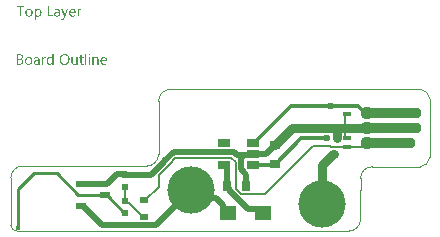
<source format=gtl>
G04*
G04 #@! TF.GenerationSoftware,Altium Limited,Altium Designer,22.2.1 (43)*
G04*
G04 Layer_Physical_Order=1*
G04 Layer_Color=255*
%FSLAX44Y44*%
%MOMM*%
G71*
G04*
G04 #@! TF.SameCoordinates,2D2D779E-EA1F-4978-AE9C-AACCEBDA9B96*
G04*
G04*
G04 #@! TF.FilePolarity,Positive*
G04*
G01*
G75*
%ADD10C,0.5000*%
%ADD11C,0.2000*%
%ADD13C,0.0500*%
%ADD14R,0.9000X0.8000*%
%ADD15R,1.0000X0.7000*%
%ADD16R,0.8000X0.9000*%
%ADD17R,1.4500X1.2000*%
%ADD19R,0.5500X0.5000*%
%ADD20R,0.5500X0.5000*%
%ADD21R,0.9000X0.6000*%
G04:AMPARAMS|DCode=28|XSize=0.9mm|YSize=4.3mm|CornerRadius=0.351mm|HoleSize=0mm|Usage=FLASHONLY|Rotation=270.000|XOffset=0mm|YOffset=0mm|HoleType=Round|Shape=RoundedRectangle|*
%AMROUNDEDRECTD28*
21,1,0.9000,3.5980,0,0,270.0*
21,1,0.1980,4.3000,0,0,270.0*
1,1,0.7020,-1.7990,-0.0990*
1,1,0.7020,-1.7990,0.0990*
1,1,0.7020,1.7990,0.0990*
1,1,0.7020,1.7990,-0.0990*
%
%ADD28ROUNDEDRECTD28*%
G04:AMPARAMS|DCode=29|XSize=0.9mm|YSize=4.8mm|CornerRadius=0.351mm|HoleSize=0mm|Usage=FLASHONLY|Rotation=270.000|XOffset=0mm|YOffset=0mm|HoleType=Round|Shape=RoundedRectangle|*
%AMROUNDEDRECTD29*
21,1,0.9000,4.0980,0,0,270.0*
21,1,0.1980,4.8000,0,0,270.0*
1,1,0.7020,-2.0490,-0.0990*
1,1,0.7020,-2.0490,0.0990*
1,1,0.7020,2.0490,0.0990*
1,1,0.7020,2.0490,-0.0990*
%
%ADD29ROUNDEDRECTD29*%
%ADD36C,1.1100*%
%ADD38R,0.7000X0.4000*%
%ADD39R,0.8000X0.6000*%
%ADD40C,0.3400*%
%ADD41C,0.7620*%
%ADD42C,0.2032*%
%ADD43C,0.2500*%
%ADD44C,4.0000*%
%ADD45C,0.6000*%
%ADD46C,0.4000*%
G36*
X-14445Y163211D02*
X-14359Y163203D01*
X-14257Y163195D01*
X-14139Y163171D01*
X-14005Y163148D01*
X-13856Y163109D01*
X-13707Y163061D01*
X-13550Y163006D01*
X-13393Y162936D01*
X-13228Y162857D01*
X-13071Y162755D01*
X-12922Y162638D01*
X-12773Y162504D01*
X-12640Y162355D01*
X-12632Y162347D01*
X-12608Y162316D01*
X-12577Y162269D01*
X-12530Y162198D01*
X-12483Y162112D01*
X-12420Y162010D01*
X-12357Y161884D01*
X-12294Y161751D01*
X-12232Y161594D01*
X-12169Y161421D01*
X-12106Y161233D01*
X-12059Y161029D01*
X-12012Y160809D01*
X-11980Y160573D01*
X-11957Y160322D01*
X-11949Y160063D01*
Y160055D01*
Y160047D01*
Y160024D01*
Y159993D01*
X-11957Y159906D01*
X-11965Y159796D01*
X-11973Y159663D01*
X-11988Y159506D01*
X-12012Y159333D01*
X-12043Y159145D01*
X-12090Y158949D01*
X-12137Y158737D01*
X-12200Y158525D01*
X-12279Y158313D01*
X-12365Y158101D01*
X-12467Y157889D01*
X-12593Y157693D01*
X-12726Y157505D01*
X-12734Y157497D01*
X-12765Y157465D01*
X-12804Y157418D01*
X-12867Y157355D01*
X-12946Y157285D01*
X-13040Y157198D01*
X-13158Y157112D01*
X-13283Y157026D01*
X-13425Y156939D01*
X-13589Y156853D01*
X-13762Y156767D01*
X-13950Y156696D01*
X-14154Y156633D01*
X-14374Y156586D01*
X-14610Y156555D01*
X-14853Y156547D01*
X-14908D01*
X-14971Y156555D01*
X-15057Y156563D01*
X-15159Y156579D01*
X-15277Y156602D01*
X-15410Y156633D01*
X-15559Y156680D01*
X-15709Y156735D01*
X-15865Y156806D01*
X-16022Y156892D01*
X-16187Y156994D01*
X-16344Y157120D01*
X-16493Y157261D01*
X-16635Y157426D01*
X-16768Y157614D01*
X-16792D01*
Y153769D01*
X-17812D01*
Y163069D01*
X-16792D01*
Y161947D01*
X-16768D01*
X-16760Y161963D01*
X-16729Y162002D01*
X-16690Y162065D01*
X-16627Y162143D01*
X-16548Y162245D01*
X-16454Y162347D01*
X-16336Y162465D01*
X-16211Y162583D01*
X-16062Y162700D01*
X-15897Y162818D01*
X-15716Y162920D01*
X-15520Y163022D01*
X-15308Y163101D01*
X-15073Y163163D01*
X-14829Y163203D01*
X-14563Y163218D01*
X-14508D01*
X-14445Y163211D01*
D02*
G37*
G36*
X21345Y163171D02*
X21431D01*
X21525Y163156D01*
X21627Y163140D01*
X21729Y163124D01*
X21816Y163093D01*
Y162033D01*
X21800Y162041D01*
X21769Y162065D01*
X21706Y162096D01*
X21619Y162135D01*
X21502Y162174D01*
X21376Y162206D01*
X21219Y162229D01*
X21039Y162237D01*
X20976D01*
X20929Y162229D01*
X20874Y162222D01*
X20811Y162206D01*
X20662Y162159D01*
X20575Y162127D01*
X20489Y162088D01*
X20395Y162033D01*
X20301Y161978D01*
X20215Y161908D01*
X20120Y161821D01*
X20034Y161727D01*
X19948Y161617D01*
X19940Y161609D01*
X19932Y161586D01*
X19908Y161555D01*
X19877Y161507D01*
X19846Y161445D01*
X19806Y161366D01*
X19767Y161280D01*
X19728Y161178D01*
X19689Y161068D01*
X19649Y160942D01*
X19610Y160801D01*
X19579Y160652D01*
X19547Y160487D01*
X19524Y160314D01*
X19516Y160134D01*
X19508Y159938D01*
Y156696D01*
X18488D01*
Y163069D01*
X19508D01*
Y161751D01*
X19532D01*
Y161758D01*
X19540Y161782D01*
X19555Y161814D01*
X19571Y161861D01*
X19595Y161915D01*
X19626Y161986D01*
X19697Y162135D01*
X19791Y162308D01*
X19908Y162481D01*
X20042Y162645D01*
X20199Y162802D01*
X20207Y162810D01*
X20222Y162818D01*
X20246Y162834D01*
X20277Y162865D01*
X20317Y162889D01*
X20371Y162920D01*
X20489Y162991D01*
X20638Y163061D01*
X20811Y163124D01*
X20999Y163163D01*
X21101Y163171D01*
X21203Y163179D01*
X21266D01*
X21345Y163171D01*
D02*
G37*
G36*
X7798Y155676D02*
Y155668D01*
X7790Y155652D01*
X7775Y155629D01*
X7759Y155590D01*
X7743Y155542D01*
X7720Y155495D01*
X7657Y155370D01*
X7570Y155221D01*
X7476Y155048D01*
X7358Y154875D01*
X7225Y154687D01*
X7076Y154506D01*
X6911Y154326D01*
X6731Y154153D01*
X6534Y154004D01*
X6323Y153878D01*
X6213Y153831D01*
X6095Y153784D01*
X5977Y153745D01*
X5852Y153722D01*
X5726Y153706D01*
X5593Y153698D01*
X5530D01*
X5451Y153706D01*
X5357D01*
X5255Y153722D01*
X5145Y153737D01*
X5027Y153753D01*
X4925Y153784D01*
Y154695D01*
X4941Y154687D01*
X4980Y154679D01*
X5043Y154663D01*
X5122Y154640D01*
X5216Y154616D01*
X5318Y154601D01*
X5428Y154593D01*
X5530Y154585D01*
X5561D01*
X5600Y154593D01*
X5655Y154601D01*
X5718Y154616D01*
X5797Y154632D01*
X5875Y154663D01*
X5969Y154703D01*
X6056Y154750D01*
X6158Y154812D01*
X6252Y154883D01*
X6346Y154970D01*
X6440Y155079D01*
X6534Y155197D01*
X6613Y155338D01*
X6691Y155503D01*
X7201Y156704D01*
X4714Y163069D01*
X5844D01*
X7570Y158164D01*
Y158156D01*
X7578Y158140D01*
X7586Y158117D01*
X7602Y158070D01*
X7617Y158007D01*
X7633Y157921D01*
X7665Y157811D01*
X7696Y157677D01*
X7735D01*
Y157685D01*
X7743Y157709D01*
X7751Y157740D01*
X7767Y157795D01*
X7782Y157858D01*
X7798Y157936D01*
X7829Y158038D01*
X7861Y158148D01*
X9674Y163069D01*
X10726D01*
X7798Y155676D01*
D02*
G37*
G36*
X1582Y163211D02*
X1637D01*
X1692Y163203D01*
X1762Y163195D01*
X1841Y163179D01*
X2006Y163148D01*
X2202Y163093D01*
X2398Y163022D01*
X2610Y162920D01*
X2822Y162794D01*
X2924Y162724D01*
X3026Y162638D01*
X3120Y162543D01*
X3214Y162449D01*
X3301Y162339D01*
X3379Y162214D01*
X3458Y162088D01*
X3528Y161947D01*
X3583Y161790D01*
X3638Y161625D01*
X3677Y161452D01*
X3709Y161256D01*
X3725Y161060D01*
X3733Y160840D01*
Y156696D01*
X2712D01*
Y157685D01*
X2689D01*
X2681Y157669D01*
X2657Y157638D01*
X2618Y157583D01*
X2563Y157505D01*
X2492Y157418D01*
X2406Y157324D01*
X2312Y157222D01*
X2194Y157120D01*
X2061Y157010D01*
X1919Y156908D01*
X1755Y156814D01*
X1582Y156728D01*
X1386Y156649D01*
X1182Y156594D01*
X962Y156563D01*
X726Y156547D01*
X632D01*
X569Y156555D01*
X491Y156563D01*
X397Y156571D01*
X295Y156586D01*
X185Y156610D01*
X-58Y156673D01*
X-176Y156712D01*
X-302Y156759D01*
X-427Y156814D01*
X-545Y156884D01*
X-655Y156963D01*
X-765Y157049D01*
X-773Y157057D01*
X-788Y157073D01*
X-812Y157104D01*
X-851Y157144D01*
X-890Y157191D01*
X-930Y157253D01*
X-985Y157324D01*
X-1032Y157403D01*
X-1079Y157497D01*
X-1126Y157599D01*
X-1173Y157709D01*
X-1212Y157826D01*
X-1251Y157952D01*
X-1275Y158085D01*
X-1291Y158235D01*
X-1299Y158384D01*
Y158392D01*
Y158407D01*
Y158431D01*
X-1291Y158462D01*
Y158501D01*
X-1283Y158548D01*
X-1267Y158666D01*
X-1236Y158807D01*
X-1189Y158964D01*
X-1126Y159137D01*
X-1032Y159318D01*
X-922Y159498D01*
X-788Y159679D01*
X-702Y159765D01*
X-616Y159851D01*
X-514Y159938D01*
X-412Y160016D01*
X-294Y160095D01*
X-168Y160165D01*
X-35Y160228D01*
X114Y160291D01*
X271Y160346D01*
X436Y160393D01*
X617Y160432D01*
X805Y160464D01*
X2712Y160730D01*
Y160738D01*
Y160746D01*
Y160770D01*
Y160801D01*
X2704Y160879D01*
X2689Y160982D01*
X2673Y161107D01*
X2641Y161248D01*
X2602Y161390D01*
X2547Y161547D01*
X2477Y161696D01*
X2390Y161845D01*
X2288Y161978D01*
X2163Y162104D01*
X2006Y162206D01*
X1833Y162284D01*
X1739Y162316D01*
X1629Y162339D01*
X1519Y162347D01*
X1401Y162355D01*
X1347D01*
X1292Y162347D01*
X1205Y162339D01*
X1103Y162332D01*
X985Y162316D01*
X852Y162292D01*
X711Y162261D01*
X554Y162214D01*
X389Y162167D01*
X216Y162104D01*
X36Y162025D01*
X-145Y161931D01*
X-325Y161829D01*
X-506Y161711D01*
X-679Y161570D01*
Y162614D01*
X-671Y162622D01*
X-639Y162638D01*
X-584Y162669D01*
X-514Y162708D01*
X-419Y162755D01*
X-317Y162802D01*
X-192Y162857D01*
X-51Y162920D01*
X99Y162975D01*
X263Y163030D01*
X444Y163077D01*
X632Y163124D01*
X836Y163163D01*
X1040Y163195D01*
X1260Y163211D01*
X1488Y163218D01*
X1543D01*
X1582Y163211D01*
D02*
G37*
G36*
X-5639Y157638D02*
X-2052D01*
Y156696D01*
X-6683D01*
Y165620D01*
X-5639D01*
Y157638D01*
D02*
G37*
G36*
X-26547Y164670D02*
X-29122D01*
Y156696D01*
X-30166D01*
Y164670D01*
X-32740D01*
Y165620D01*
X-26547D01*
Y164670D01*
D02*
G37*
G36*
X14446Y163211D02*
X14532Y163203D01*
X14642Y163195D01*
X14760Y163179D01*
X14893Y163148D01*
X15034Y163116D01*
X15191Y163077D01*
X15348Y163022D01*
X15505Y162952D01*
X15670Y162873D01*
X15827Y162779D01*
X15976Y162669D01*
X16125Y162543D01*
X16259Y162402D01*
X16267Y162394D01*
X16290Y162363D01*
X16322Y162316D01*
X16369Y162253D01*
X16416Y162174D01*
X16479Y162073D01*
X16541Y161955D01*
X16604Y161821D01*
X16667Y161664D01*
X16730Y161500D01*
X16793Y161311D01*
X16840Y161115D01*
X16887Y160895D01*
X16918Y160668D01*
X16942Y160416D01*
X16949Y160157D01*
Y159624D01*
X12444D01*
Y159608D01*
Y159577D01*
X12452Y159522D01*
X12460Y159451D01*
X12468Y159357D01*
X12484Y159255D01*
X12499Y159145D01*
X12531Y159019D01*
X12601Y158752D01*
X12649Y158619D01*
X12703Y158478D01*
X12766Y158344D01*
X12837Y158211D01*
X12923Y158093D01*
X13017Y157976D01*
X13025Y157968D01*
X13041Y157952D01*
X13072Y157921D01*
X13119Y157889D01*
X13174Y157842D01*
X13245Y157795D01*
X13323Y157740D01*
X13410Y157693D01*
X13512Y157638D01*
X13629Y157583D01*
X13747Y157536D01*
X13888Y157489D01*
X14030Y157458D01*
X14187Y157426D01*
X14352Y157410D01*
X14524Y157403D01*
X14571D01*
X14626Y157410D01*
X14705D01*
X14799Y157426D01*
X14909Y157442D01*
X15034Y157465D01*
X15176Y157489D01*
X15325Y157528D01*
X15482Y157575D01*
X15647Y157630D01*
X15811Y157701D01*
X15984Y157779D01*
X16157Y157873D01*
X16329Y157983D01*
X16502Y158109D01*
Y157151D01*
X16494Y157144D01*
X16463Y157128D01*
X16416Y157097D01*
X16353Y157057D01*
X16267Y157010D01*
X16165Y156963D01*
X16047Y156908D01*
X15913Y156853D01*
X15756Y156790D01*
X15592Y156735D01*
X15411Y156688D01*
X15215Y156641D01*
X15003Y156602D01*
X14775Y156571D01*
X14532Y156555D01*
X14281Y156547D01*
X14218D01*
X14155Y156555D01*
X14061Y156563D01*
X13944Y156571D01*
X13810Y156594D01*
X13669Y156618D01*
X13512Y156657D01*
X13347Y156704D01*
X13174Y156759D01*
X12994Y156830D01*
X12821Y156908D01*
X12641Y157010D01*
X12476Y157128D01*
X12311Y157261D01*
X12162Y157410D01*
X12154Y157418D01*
X12131Y157450D01*
X12091Y157505D01*
X12044Y157575D01*
X11981Y157662D01*
X11918Y157771D01*
X11848Y157897D01*
X11777Y158046D01*
X11707Y158203D01*
X11636Y158392D01*
X11573Y158588D01*
X11510Y158807D01*
X11463Y159043D01*
X11424Y159294D01*
X11401Y159569D01*
X11393Y159851D01*
Y159859D01*
Y159867D01*
Y159891D01*
Y159914D01*
X11401Y159993D01*
X11408Y160103D01*
X11416Y160228D01*
X11440Y160369D01*
X11463Y160534D01*
X11495Y160715D01*
X11542Y160903D01*
X11597Y161099D01*
X11667Y161303D01*
X11746Y161507D01*
X11840Y161704D01*
X11958Y161908D01*
X12083Y162096D01*
X12233Y162276D01*
X12240Y162284D01*
X12272Y162316D01*
X12319Y162363D01*
X12382Y162426D01*
X12468Y162496D01*
X12570Y162575D01*
X12680Y162661D01*
X12813Y162747D01*
X12955Y162834D01*
X13119Y162920D01*
X13292Y162999D01*
X13473Y163069D01*
X13669Y163132D01*
X13881Y163179D01*
X14101Y163211D01*
X14328Y163218D01*
X14383D01*
X14446Y163211D01*
D02*
G37*
G36*
X-22333D02*
X-22231Y163203D01*
X-22113Y163195D01*
X-21972Y163171D01*
X-21823Y163148D01*
X-21658Y163109D01*
X-21477Y163061D01*
X-21297Y163006D01*
X-21116Y162936D01*
X-20928Y162850D01*
X-20747Y162747D01*
X-20567Y162630D01*
X-20402Y162496D01*
X-20245Y162339D01*
X-20237Y162332D01*
X-20214Y162300D01*
X-20174Y162245D01*
X-20119Y162174D01*
X-20057Y162088D01*
X-19994Y161978D01*
X-19915Y161853D01*
X-19845Y161704D01*
X-19766Y161539D01*
X-19696Y161358D01*
X-19633Y161162D01*
X-19570Y160942D01*
X-19515Y160707D01*
X-19476Y160456D01*
X-19452Y160189D01*
X-19445Y159906D01*
Y159898D01*
Y159891D01*
Y159867D01*
Y159836D01*
X-19452Y159757D01*
X-19460Y159655D01*
X-19468Y159522D01*
X-19492Y159373D01*
X-19515Y159208D01*
X-19554Y159027D01*
X-19601Y158839D01*
X-19656Y158635D01*
X-19727Y158431D01*
X-19806Y158227D01*
X-19907Y158023D01*
X-20025Y157826D01*
X-20159Y157638D01*
X-20308Y157458D01*
X-20316Y157450D01*
X-20347Y157418D01*
X-20394Y157371D01*
X-20465Y157316D01*
X-20551Y157246D01*
X-20653Y157167D01*
X-20779Y157089D01*
X-20920Y157002D01*
X-21077Y156916D01*
X-21250Y156838D01*
X-21438Y156759D01*
X-21642Y156688D01*
X-21870Y156633D01*
X-22105Y156586D01*
X-22348Y156555D01*
X-22615Y156547D01*
X-22678D01*
X-22749Y156555D01*
X-22851Y156563D01*
X-22968Y156571D01*
X-23110Y156594D01*
X-23259Y156618D01*
X-23424Y156657D01*
X-23604Y156704D01*
X-23785Y156767D01*
X-23973Y156838D01*
X-24162Y156924D01*
X-24350Y157026D01*
X-24538Y157144D01*
X-24711Y157277D01*
X-24876Y157434D01*
X-24883Y157442D01*
X-24915Y157473D01*
X-24954Y157528D01*
X-25009Y157599D01*
X-25072Y157685D01*
X-25143Y157795D01*
X-25213Y157921D01*
X-25292Y158070D01*
X-25370Y158227D01*
X-25449Y158407D01*
X-25519Y158603D01*
X-25582Y158815D01*
X-25637Y159035D01*
X-25676Y159278D01*
X-25708Y159537D01*
X-25715Y159804D01*
Y159812D01*
Y159820D01*
Y159844D01*
Y159875D01*
X-25708Y159961D01*
X-25700Y160071D01*
X-25692Y160205D01*
X-25668Y160361D01*
X-25645Y160534D01*
X-25606Y160723D01*
X-25559Y160919D01*
X-25504Y161123D01*
X-25433Y161335D01*
X-25347Y161547D01*
X-25245Y161751D01*
X-25135Y161947D01*
X-25001Y162135D01*
X-24844Y162316D01*
X-24836Y162324D01*
X-24805Y162355D01*
X-24750Y162402D01*
X-24680Y162457D01*
X-24593Y162528D01*
X-24483Y162598D01*
X-24358Y162685D01*
X-24216Y162771D01*
X-24059Y162850D01*
X-23879Y162936D01*
X-23683Y163006D01*
X-23471Y163077D01*
X-23243Y163132D01*
X-23000Y163179D01*
X-22741Y163211D01*
X-22466Y163218D01*
X-22403D01*
X-22333Y163211D01*
D02*
G37*
G36*
X28652Y125156D02*
X28722Y125140D01*
X28793Y125116D01*
X28872Y125077D01*
X28950Y125030D01*
X29028Y124967D01*
X29036Y124959D01*
X29060Y124936D01*
X29091Y124897D01*
X29130Y124842D01*
X29162Y124771D01*
X29193Y124692D01*
X29217Y124598D01*
X29225Y124496D01*
Y124481D01*
Y124449D01*
X29217Y124402D01*
X29201Y124332D01*
X29178Y124261D01*
X29138Y124182D01*
X29091Y124104D01*
X29028Y124025D01*
X29021Y124017D01*
X28997Y123994D01*
X28950Y123963D01*
X28895Y123931D01*
X28824Y123900D01*
X28746Y123868D01*
X28660Y123845D01*
X28558Y123837D01*
X28510D01*
X28463Y123845D01*
X28393Y123861D01*
X28322Y123884D01*
X28244Y123916D01*
X28165Y123955D01*
X28087Y124017D01*
X28079Y124025D01*
X28055Y124049D01*
X28024Y124096D01*
X27992Y124151D01*
X27961Y124214D01*
X27930Y124300D01*
X27906Y124394D01*
X27898Y124496D01*
Y124512D01*
Y124543D01*
X27906Y124598D01*
X27922Y124661D01*
X27945Y124740D01*
X27977Y124818D01*
X28024Y124897D01*
X28087Y124967D01*
X28094Y124975D01*
X28118Y124999D01*
X28165Y125030D01*
X28220Y125069D01*
X28291Y125101D01*
X28369Y125132D01*
X28456Y125156D01*
X28558Y125163D01*
X28605D01*
X28652Y125156D01*
D02*
G37*
G36*
X-1746Y115847D02*
X-2766D01*
Y116922D01*
X-2790D01*
X-2798Y116907D01*
X-2821Y116868D01*
X-2868Y116812D01*
X-2923Y116734D01*
X-3002Y116640D01*
X-3088Y116538D01*
X-3198Y116428D01*
X-3331Y116310D01*
X-3473Y116193D01*
X-3637Y116083D01*
X-3818Y115981D01*
X-4014Y115886D01*
X-4226Y115808D01*
X-4462Y115753D01*
X-4713Y115714D01*
X-4979Y115698D01*
X-5034D01*
X-5097Y115706D01*
X-5176Y115714D01*
X-5278Y115722D01*
X-5396Y115745D01*
X-5529Y115769D01*
X-5670Y115808D01*
X-5819Y115847D01*
X-5976Y115910D01*
X-6133Y115973D01*
X-6298Y116059D01*
X-6455Y116153D01*
X-6612Y116271D01*
X-6761Y116404D01*
X-6902Y116553D01*
X-6910Y116561D01*
X-6934Y116593D01*
X-6965Y116640D01*
X-7012Y116711D01*
X-7067Y116797D01*
X-7130Y116899D01*
X-7193Y117024D01*
X-7256Y117166D01*
X-7326Y117323D01*
X-7389Y117495D01*
X-7452Y117692D01*
X-7507Y117896D01*
X-7554Y118115D01*
X-7585Y118359D01*
X-7609Y118610D01*
X-7617Y118877D01*
Y118884D01*
Y118892D01*
Y118916D01*
Y118947D01*
X-7609Y119026D01*
X-7601Y119136D01*
X-7593Y119277D01*
X-7577Y119426D01*
X-7554Y119599D01*
X-7515Y119787D01*
X-7475Y119983D01*
X-7420Y120195D01*
X-7358Y120399D01*
X-7279Y120619D01*
X-7193Y120823D01*
X-7083Y121027D01*
X-6965Y121223D01*
X-6824Y121412D01*
X-6816Y121420D01*
X-6785Y121451D01*
X-6738Y121498D01*
X-6675Y121561D01*
X-6596Y121632D01*
X-6502Y121718D01*
X-6384Y121804D01*
X-6259Y121891D01*
X-6110Y121977D01*
X-5953Y122063D01*
X-5780Y122150D01*
X-5592Y122220D01*
X-5388Y122283D01*
X-5168Y122330D01*
X-4940Y122361D01*
X-4697Y122369D01*
X-4642D01*
X-4571Y122361D01*
X-4485Y122354D01*
X-4375Y122338D01*
X-4250Y122314D01*
X-4116Y122283D01*
X-3967Y122244D01*
X-3810Y122189D01*
X-3653Y122118D01*
X-3496Y122032D01*
X-3339Y121930D01*
X-3190Y121812D01*
X-3041Y121679D01*
X-2907Y121514D01*
X-2790Y121333D01*
X-2766D01*
Y125281D01*
X-1746D01*
Y115847D01*
D02*
G37*
G36*
X34358Y122361D02*
X34428D01*
X34515Y122346D01*
X34617Y122330D01*
X34727Y122314D01*
X34844Y122283D01*
X34970Y122252D01*
X35103Y122205D01*
X35237Y122150D01*
X35370Y122079D01*
X35496Y122000D01*
X35621Y121914D01*
X35739Y121804D01*
X35849Y121686D01*
X35857Y121679D01*
X35872Y121655D01*
X35904Y121616D01*
X35935Y121561D01*
X35975Y121490D01*
X36022Y121404D01*
X36077Y121302D01*
X36131Y121192D01*
X36179Y121059D01*
X36233Y120917D01*
X36281Y120752D01*
X36320Y120580D01*
X36351Y120392D01*
X36383Y120187D01*
X36398Y119976D01*
X36406Y119740D01*
Y115847D01*
X35386D01*
Y119481D01*
Y119489D01*
Y119505D01*
Y119528D01*
Y119567D01*
X35378Y119614D01*
Y119669D01*
X35362Y119795D01*
X35339Y119952D01*
X35307Y120125D01*
X35260Y120305D01*
X35198Y120493D01*
X35119Y120682D01*
X35025Y120862D01*
X34907Y121035D01*
X34758Y121192D01*
X34593Y121318D01*
X34499Y121373D01*
X34389Y121420D01*
X34279Y121459D01*
X34162Y121482D01*
X34036Y121498D01*
X33902Y121506D01*
X33832D01*
X33777Y121498D01*
X33714Y121490D01*
X33636Y121475D01*
X33549Y121459D01*
X33463Y121435D01*
X33361Y121404D01*
X33259Y121365D01*
X33157Y121318D01*
X33047Y121263D01*
X32945Y121192D01*
X32835Y121114D01*
X32733Y121027D01*
X32639Y120925D01*
X32631Y120917D01*
X32615Y120902D01*
X32592Y120870D01*
X32560Y120823D01*
X32521Y120768D01*
X32482Y120698D01*
X32435Y120619D01*
X32388Y120533D01*
X32341Y120431D01*
X32294Y120321D01*
X32254Y120203D01*
X32215Y120077D01*
X32184Y119936D01*
X32160Y119795D01*
X32144Y119638D01*
X32136Y119481D01*
Y115847D01*
X31116D01*
Y122220D01*
X32136D01*
Y121161D01*
X32160D01*
X32168Y121176D01*
X32192Y121216D01*
X32239Y121271D01*
X32294Y121349D01*
X32372Y121443D01*
X32458Y121545D01*
X32568Y121655D01*
X32694Y121765D01*
X32835Y121875D01*
X32992Y121985D01*
X33165Y122087D01*
X33345Y122181D01*
X33549Y122259D01*
X33769Y122314D01*
X34004Y122354D01*
X34256Y122369D01*
X34303D01*
X34358Y122361D01*
D02*
G37*
G36*
X-8763Y122322D02*
X-8676D01*
X-8582Y122306D01*
X-8480Y122291D01*
X-8378Y122275D01*
X-8292Y122244D01*
Y121184D01*
X-8307Y121192D01*
X-8339Y121216D01*
X-8401Y121247D01*
X-8488Y121286D01*
X-8605Y121326D01*
X-8731Y121357D01*
X-8888Y121380D01*
X-9069Y121388D01*
X-9131D01*
X-9179Y121380D01*
X-9233Y121373D01*
X-9296Y121357D01*
X-9445Y121310D01*
X-9532Y121278D01*
X-9618Y121239D01*
X-9712Y121184D01*
X-9806Y121129D01*
X-9893Y121059D01*
X-9987Y120972D01*
X-10073Y120878D01*
X-10160Y120768D01*
X-10167Y120760D01*
X-10175Y120737D01*
X-10199Y120705D01*
X-10230Y120658D01*
X-10262Y120596D01*
X-10301Y120517D01*
X-10340Y120431D01*
X-10379Y120329D01*
X-10419Y120219D01*
X-10458Y120093D01*
X-10497Y119952D01*
X-10529Y119803D01*
X-10560Y119638D01*
X-10583Y119465D01*
X-10591Y119285D01*
X-10599Y119089D01*
Y115847D01*
X-11619D01*
Y122220D01*
X-10599D01*
Y120902D01*
X-10575D01*
Y120910D01*
X-10568Y120933D01*
X-10552Y120964D01*
X-10536Y121011D01*
X-10513Y121067D01*
X-10481Y121137D01*
X-10411Y121286D01*
X-10316Y121459D01*
X-10199Y121632D01*
X-10065Y121796D01*
X-9908Y121953D01*
X-9901Y121961D01*
X-9885Y121969D01*
X-9861Y121985D01*
X-9830Y122016D01*
X-9791Y122040D01*
X-9736Y122071D01*
X-9618Y122142D01*
X-9469Y122212D01*
X-9296Y122275D01*
X-9108Y122314D01*
X-9006Y122322D01*
X-8904Y122330D01*
X-8841D01*
X-8763Y122322D01*
D02*
G37*
G36*
X18574Y115847D02*
X17554D01*
Y116852D01*
X17530D01*
X17522Y116836D01*
X17499Y116805D01*
X17460Y116742D01*
X17413Y116671D01*
X17342Y116585D01*
X17256Y116491D01*
X17161Y116381D01*
X17044Y116279D01*
X16918Y116169D01*
X16769Y116067D01*
X16612Y115965D01*
X16431Y115878D01*
X16235Y115808D01*
X16031Y115745D01*
X15804Y115714D01*
X15560Y115698D01*
X15505D01*
X15466Y115706D01*
X15411D01*
X15348Y115714D01*
X15278Y115729D01*
X15207Y115737D01*
X15034Y115784D01*
X14838Y115839D01*
X14634Y115926D01*
X14532Y115981D01*
X14422Y116035D01*
X14312Y116106D01*
X14210Y116177D01*
X14108Y116263D01*
X14006Y116357D01*
X13904Y116467D01*
X13810Y116577D01*
X13724Y116703D01*
X13637Y116844D01*
X13567Y116993D01*
X13496Y117150D01*
X13433Y117323D01*
X13378Y117511D01*
X13339Y117715D01*
X13308Y117927D01*
X13292Y118162D01*
X13284Y118406D01*
Y122220D01*
X14297D01*
Y118571D01*
Y118563D01*
Y118547D01*
Y118524D01*
Y118484D01*
X14304Y118437D01*
Y118382D01*
X14320Y118257D01*
X14344Y118100D01*
X14375Y117935D01*
X14430Y117746D01*
X14493Y117566D01*
X14571Y117378D01*
X14673Y117189D01*
X14799Y117024D01*
X14948Y116868D01*
X15129Y116742D01*
X15223Y116687D01*
X15333Y116640D01*
X15450Y116601D01*
X15568Y116577D01*
X15702Y116561D01*
X15843Y116553D01*
X15913D01*
X15968Y116561D01*
X16031Y116569D01*
X16102Y116585D01*
X16188Y116601D01*
X16274Y116624D01*
X16369Y116648D01*
X16471Y116687D01*
X16573Y116734D01*
X16675Y116789D01*
X16777Y116852D01*
X16879Y116922D01*
X16973Y117009D01*
X17067Y117103D01*
X17075Y117111D01*
X17091Y117127D01*
X17114Y117158D01*
X17146Y117205D01*
X17177Y117260D01*
X17224Y117323D01*
X17263Y117401D01*
X17311Y117487D01*
X17358Y117590D01*
X17397Y117699D01*
X17444Y117817D01*
X17475Y117943D01*
X17507Y118084D01*
X17530Y118225D01*
X17546Y118382D01*
X17554Y118547D01*
Y122220D01*
X18574D01*
Y115847D01*
D02*
G37*
G36*
X29052D02*
X28032D01*
Y122220D01*
X29052D01*
Y115847D01*
D02*
G37*
G36*
X25968D02*
X24947D01*
Y125281D01*
X25968D01*
Y115847D01*
D02*
G37*
G36*
X-15693Y122361D02*
X-15638D01*
X-15583Y122354D01*
X-15512Y122346D01*
X-15434Y122330D01*
X-15269Y122299D01*
X-15073Y122244D01*
X-14877Y122173D01*
X-14665Y122071D01*
X-14453Y121945D01*
X-14351Y121875D01*
X-14249Y121789D01*
X-14154Y121694D01*
X-14060Y121600D01*
X-13974Y121490D01*
X-13895Y121365D01*
X-13817Y121239D01*
X-13746Y121098D01*
X-13691Y120941D01*
X-13636Y120776D01*
X-13597Y120603D01*
X-13566Y120407D01*
X-13550Y120211D01*
X-13542Y119991D01*
Y115847D01*
X-14563D01*
Y116836D01*
X-14586D01*
X-14594Y116820D01*
X-14618Y116789D01*
X-14657Y116734D01*
X-14712Y116656D01*
X-14782Y116569D01*
X-14869Y116475D01*
X-14963Y116373D01*
X-15081Y116271D01*
X-15214Y116161D01*
X-15355Y116059D01*
X-15520Y115965D01*
X-15693Y115878D01*
X-15889Y115800D01*
X-16093Y115745D01*
X-16313Y115714D01*
X-16548Y115698D01*
X-16643D01*
X-16705Y115706D01*
X-16784Y115714D01*
X-16878Y115722D01*
X-16980Y115737D01*
X-17090Y115761D01*
X-17333Y115824D01*
X-17451Y115863D01*
X-17577Y115910D01*
X-17702Y115965D01*
X-17820Y116035D01*
X-17930Y116114D01*
X-18040Y116200D01*
X-18047Y116208D01*
X-18063Y116224D01*
X-18087Y116255D01*
X-18126Y116294D01*
X-18165Y116342D01*
X-18204Y116404D01*
X-18259Y116475D01*
X-18306Y116553D01*
X-18354Y116648D01*
X-18401Y116750D01*
X-18448Y116860D01*
X-18487Y116977D01*
X-18526Y117103D01*
X-18550Y117236D01*
X-18565Y117386D01*
X-18573Y117535D01*
Y117542D01*
Y117558D01*
Y117582D01*
X-18565Y117613D01*
Y117652D01*
X-18558Y117699D01*
X-18542Y117817D01*
X-18511Y117958D01*
X-18463Y118115D01*
X-18401Y118288D01*
X-18306Y118469D01*
X-18197Y118649D01*
X-18063Y118830D01*
X-17977Y118916D01*
X-17890Y119002D01*
X-17788Y119089D01*
X-17686Y119167D01*
X-17569Y119246D01*
X-17443Y119316D01*
X-17310Y119379D01*
X-17161Y119442D01*
X-17004Y119497D01*
X-16839Y119544D01*
X-16658Y119583D01*
X-16470Y119614D01*
X-14563Y119881D01*
Y119889D01*
Y119897D01*
Y119921D01*
Y119952D01*
X-14570Y120030D01*
X-14586Y120133D01*
X-14602Y120258D01*
X-14633Y120399D01*
X-14672Y120541D01*
X-14727Y120698D01*
X-14798Y120847D01*
X-14884Y120996D01*
X-14986Y121129D01*
X-15112Y121255D01*
X-15269Y121357D01*
X-15442Y121435D01*
X-15536Y121467D01*
X-15646Y121490D01*
X-15756Y121498D01*
X-15873Y121506D01*
X-15928D01*
X-15983Y121498D01*
X-16070Y121490D01*
X-16172Y121482D01*
X-16289Y121467D01*
X-16423Y121443D01*
X-16564Y121412D01*
X-16721Y121365D01*
X-16886Y121318D01*
X-17059Y121255D01*
X-17239Y121176D01*
X-17420Y121082D01*
X-17600Y120980D01*
X-17781Y120862D01*
X-17953Y120721D01*
Y121765D01*
X-17945Y121773D01*
X-17914Y121789D01*
X-17859Y121820D01*
X-17788Y121859D01*
X-17694Y121906D01*
X-17592Y121953D01*
X-17467Y122008D01*
X-17325Y122071D01*
X-17176Y122126D01*
X-17011Y122181D01*
X-16831Y122228D01*
X-16643Y122275D01*
X-16438Y122314D01*
X-16234Y122346D01*
X-16015Y122361D01*
X-15787Y122369D01*
X-15732D01*
X-15693Y122361D01*
D02*
G37*
G36*
X-30009Y124763D02*
X-29915Y124755D01*
X-29805Y124740D01*
X-29679Y124724D01*
X-29538Y124700D01*
X-29397Y124669D01*
X-29247Y124630D01*
X-29090Y124583D01*
X-28941Y124528D01*
X-28784Y124465D01*
X-28643Y124386D01*
X-28502Y124300D01*
X-28368Y124198D01*
X-28361Y124190D01*
X-28337Y124174D01*
X-28305Y124143D01*
X-28266Y124096D01*
X-28211Y124041D01*
X-28156Y123970D01*
X-28094Y123892D01*
X-28031Y123806D01*
X-27968Y123704D01*
X-27905Y123594D01*
X-27850Y123468D01*
X-27795Y123343D01*
X-27756Y123201D01*
X-27725Y123052D01*
X-27701Y122895D01*
X-27693Y122730D01*
Y122723D01*
Y122699D01*
Y122660D01*
X-27701Y122605D01*
X-27709Y122534D01*
X-27717Y122464D01*
X-27725Y122377D01*
X-27740Y122283D01*
X-27795Y122071D01*
X-27866Y121851D01*
X-27913Y121734D01*
X-27968Y121624D01*
X-28031Y121514D01*
X-28101Y121404D01*
X-28109Y121396D01*
X-28117Y121380D01*
X-28141Y121349D01*
X-28180Y121310D01*
X-28219Y121271D01*
X-28266Y121216D01*
X-28329Y121161D01*
X-28392Y121098D01*
X-28470Y121035D01*
X-28557Y120964D01*
X-28651Y120902D01*
X-28753Y120831D01*
X-28863Y120768D01*
X-28973Y120713D01*
X-29232Y120611D01*
Y120588D01*
X-29224D01*
X-29192Y120580D01*
X-29145Y120572D01*
X-29083Y120564D01*
X-29004Y120548D01*
X-28918Y120525D01*
X-28816Y120493D01*
X-28714Y120462D01*
X-28486Y120376D01*
X-28361Y120321D01*
X-28243Y120250D01*
X-28125Y120180D01*
X-28007Y120101D01*
X-27890Y120007D01*
X-27787Y119905D01*
X-27780Y119897D01*
X-27764Y119881D01*
X-27740Y119850D01*
X-27701Y119803D01*
X-27662Y119740D01*
X-27615Y119677D01*
X-27568Y119591D01*
X-27513Y119505D01*
X-27466Y119403D01*
X-27419Y119285D01*
X-27371Y119167D01*
X-27332Y119034D01*
X-27293Y118884D01*
X-27269Y118735D01*
X-27254Y118579D01*
X-27246Y118406D01*
Y118390D01*
Y118359D01*
X-27254Y118296D01*
X-27262Y118217D01*
X-27269Y118115D01*
X-27293Y118006D01*
X-27317Y117880D01*
X-27348Y117746D01*
X-27395Y117597D01*
X-27450Y117448D01*
X-27513Y117299D01*
X-27591Y117142D01*
X-27685Y116985D01*
X-27795Y116836D01*
X-27921Y116695D01*
X-28070Y116553D01*
X-28078Y116546D01*
X-28109Y116522D01*
X-28156Y116491D01*
X-28219Y116444D01*
X-28298Y116389D01*
X-28400Y116334D01*
X-28510Y116263D01*
X-28635Y116200D01*
X-28784Y116138D01*
X-28941Y116075D01*
X-29106Y116012D01*
X-29295Y115957D01*
X-29491Y115910D01*
X-29695Y115878D01*
X-29915Y115855D01*
X-30142Y115847D01*
X-32740D01*
Y124771D01*
X-30095D01*
X-30009Y124763D01*
D02*
G37*
G36*
X21980Y122220D02*
X23589D01*
Y121341D01*
X21980D01*
Y117754D01*
Y117746D01*
Y117723D01*
Y117692D01*
Y117652D01*
X21988Y117597D01*
X21996Y117535D01*
X22012Y117401D01*
X22035Y117244D01*
X22075Y117095D01*
X22130Y116954D01*
X22161Y116891D01*
X22200Y116836D01*
X22208Y116828D01*
X22239Y116797D01*
X22294Y116750D01*
X22373Y116703D01*
X22475Y116648D01*
X22601Y116608D01*
X22750Y116577D01*
X22922Y116561D01*
X22985D01*
X23056Y116569D01*
X23150Y116585D01*
X23252Y116616D01*
X23370Y116648D01*
X23479Y116703D01*
X23589Y116773D01*
Y115902D01*
X23582D01*
X23574Y115894D01*
X23550Y115886D01*
X23527Y115871D01*
X23440Y115839D01*
X23338Y115808D01*
X23197Y115777D01*
X23032Y115745D01*
X22844Y115722D01*
X22632Y115714D01*
X22561D01*
X22475Y115729D01*
X22373Y115745D01*
X22247Y115769D01*
X22106Y115816D01*
X21949Y115871D01*
X21800Y115949D01*
X21643Y116043D01*
X21486Y116169D01*
X21345Y116318D01*
X21282Y116404D01*
X21219Y116499D01*
X21164Y116601D01*
X21117Y116711D01*
X21070Y116828D01*
X21031Y116962D01*
X20999Y117095D01*
X20976Y117244D01*
X20968Y117401D01*
X20960Y117574D01*
Y121341D01*
X19869D01*
Y122220D01*
X20960D01*
Y123774D01*
X21980Y124104D01*
Y122220D01*
D02*
G37*
G36*
X40950Y122361D02*
X41037Y122354D01*
X41147Y122346D01*
X41265Y122330D01*
X41398Y122299D01*
X41539Y122267D01*
X41696Y122228D01*
X41853Y122173D01*
X42010Y122102D01*
X42175Y122024D01*
X42332Y121930D01*
X42481Y121820D01*
X42630Y121694D01*
X42764Y121553D01*
X42771Y121545D01*
X42795Y121514D01*
X42826Y121467D01*
X42873Y121404D01*
X42920Y121326D01*
X42983Y121223D01*
X43046Y121106D01*
X43109Y120972D01*
X43172Y120815D01*
X43235Y120651D01*
X43297Y120462D01*
X43344Y120266D01*
X43391Y120046D01*
X43423Y119818D01*
X43446Y119567D01*
X43454Y119308D01*
Y118775D01*
X38949D01*
Y118759D01*
Y118728D01*
X38957Y118673D01*
X38965Y118602D01*
X38973Y118508D01*
X38988Y118406D01*
X39004Y118296D01*
X39035Y118170D01*
X39106Y117903D01*
X39153Y117770D01*
X39208Y117629D01*
X39271Y117495D01*
X39342Y117362D01*
X39428Y117244D01*
X39522Y117127D01*
X39530Y117119D01*
X39546Y117103D01*
X39577Y117072D01*
X39624Y117040D01*
X39679Y116993D01*
X39750Y116946D01*
X39828Y116891D01*
X39915Y116844D01*
X40016Y116789D01*
X40134Y116734D01*
X40252Y116687D01*
X40393Y116640D01*
X40535Y116608D01*
X40691Y116577D01*
X40856Y116561D01*
X41029Y116553D01*
X41076D01*
X41131Y116561D01*
X41210D01*
X41304Y116577D01*
X41414Y116593D01*
X41539Y116616D01*
X41680Y116640D01*
X41830Y116679D01*
X41986Y116726D01*
X42151Y116781D01*
X42316Y116852D01*
X42489Y116930D01*
X42661Y117024D01*
X42834Y117134D01*
X43007Y117260D01*
Y116302D01*
X42999Y116294D01*
X42968Y116279D01*
X42920Y116247D01*
X42858Y116208D01*
X42771Y116161D01*
X42669Y116114D01*
X42552Y116059D01*
X42418Y116004D01*
X42261Y115941D01*
X42096Y115886D01*
X41916Y115839D01*
X41720Y115792D01*
X41508Y115753D01*
X41280Y115722D01*
X41037Y115706D01*
X40786Y115698D01*
X40723D01*
X40660Y115706D01*
X40566Y115714D01*
X40448Y115722D01*
X40315Y115745D01*
X40174Y115769D01*
X40016Y115808D01*
X39852Y115855D01*
X39679Y115910D01*
X39499Y115981D01*
X39326Y116059D01*
X39145Y116161D01*
X38981Y116279D01*
X38816Y116412D01*
X38667Y116561D01*
X38659Y116569D01*
X38635Y116601D01*
X38596Y116656D01*
X38549Y116726D01*
X38486Y116812D01*
X38423Y116922D01*
X38353Y117048D01*
X38282Y117197D01*
X38211Y117354D01*
X38141Y117542D01*
X38078Y117739D01*
X38015Y117958D01*
X37968Y118194D01*
X37929Y118445D01*
X37905Y118720D01*
X37897Y119002D01*
Y119010D01*
Y119018D01*
Y119042D01*
Y119065D01*
X37905Y119144D01*
X37913Y119253D01*
X37921Y119379D01*
X37945Y119520D01*
X37968Y119685D01*
X37999Y119866D01*
X38047Y120054D01*
X38101Y120250D01*
X38172Y120454D01*
X38251Y120658D01*
X38345Y120855D01*
X38463Y121059D01*
X38588Y121247D01*
X38737Y121427D01*
X38745Y121435D01*
X38777Y121467D01*
X38823Y121514D01*
X38886Y121577D01*
X38973Y121647D01*
X39075Y121726D01*
X39185Y121812D01*
X39318Y121898D01*
X39459Y121985D01*
X39624Y122071D01*
X39797Y122150D01*
X39977Y122220D01*
X40174Y122283D01*
X40385Y122330D01*
X40605Y122361D01*
X40833Y122369D01*
X40888D01*
X40950Y122361D01*
D02*
G37*
G36*
X7822Y124912D02*
X7876D01*
X7932Y124904D01*
X8002D01*
X8159Y124881D01*
X8340Y124857D01*
X8544Y124818D01*
X8763Y124763D01*
X8991Y124700D01*
X9234Y124614D01*
X9478Y124512D01*
X9729Y124394D01*
X9980Y124253D01*
X10215Y124088D01*
X10451Y123892D01*
X10671Y123672D01*
X10686Y123657D01*
X10718Y123617D01*
X10773Y123547D01*
X10851Y123445D01*
X10930Y123319D01*
X11032Y123170D01*
X11134Y122997D01*
X11236Y122801D01*
X11338Y122573D01*
X11440Y122330D01*
X11542Y122063D01*
X11628Y121773D01*
X11699Y121459D01*
X11754Y121129D01*
X11785Y120784D01*
X11801Y120415D01*
Y120407D01*
Y120392D01*
Y120360D01*
Y120321D01*
X11793Y120266D01*
Y120203D01*
X11785Y120133D01*
Y120054D01*
X11777Y119968D01*
X11769Y119874D01*
X11738Y119662D01*
X11707Y119418D01*
X11659Y119167D01*
X11597Y118892D01*
X11518Y118610D01*
X11424Y118327D01*
X11314Y118037D01*
X11181Y117754D01*
X11024Y117472D01*
X10843Y117213D01*
X10639Y116962D01*
X10624Y116946D01*
X10584Y116907D01*
X10522Y116844D01*
X10427Y116765D01*
X10310Y116671D01*
X10168Y116561D01*
X10011Y116452D01*
X9823Y116334D01*
X9611Y116216D01*
X9376Y116098D01*
X9124Y115988D01*
X8850Y115894D01*
X8551Y115816D01*
X8238Y115753D01*
X7900Y115714D01*
X7547Y115698D01*
X7461D01*
X7421Y115706D01*
X7366D01*
X7304Y115714D01*
X7233Y115722D01*
X7068Y115737D01*
X6888Y115761D01*
X6676Y115800D01*
X6456Y115855D01*
X6213Y115918D01*
X5969Y116004D01*
X5718Y116106D01*
X5459Y116224D01*
X5208Y116365D01*
X4965Y116538D01*
X4721Y116726D01*
X4502Y116946D01*
X4486Y116962D01*
X4455Y117001D01*
X4400Y117072D01*
X4321Y117174D01*
X4235Y117299D01*
X4141Y117448D01*
X4038Y117621D01*
X3936Y117825D01*
X3827Y118045D01*
X3725Y118288D01*
X3630Y118555D01*
X3544Y118845D01*
X3466Y119159D01*
X3411Y119489D01*
X3379Y119834D01*
X3364Y120203D01*
Y120211D01*
Y120227D01*
Y120258D01*
Y120297D01*
X3371Y120352D01*
Y120407D01*
X3379Y120478D01*
Y120556D01*
X3387Y120643D01*
X3403Y120745D01*
X3426Y120949D01*
X3458Y121184D01*
X3513Y121435D01*
X3568Y121710D01*
X3646Y121985D01*
X3740Y122267D01*
X3850Y122558D01*
X3984Y122840D01*
X4141Y123115D01*
X4321Y123382D01*
X4525Y123633D01*
X4541Y123649D01*
X4580Y123688D01*
X4643Y123751D01*
X4737Y123837D01*
X4855Y123931D01*
X5004Y124041D01*
X5169Y124159D01*
X5357Y124277D01*
X5577Y124394D01*
X5812Y124512D01*
X6071Y124622D01*
X6354Y124716D01*
X6660Y124802D01*
X6982Y124865D01*
X7327Y124904D01*
X7696Y124920D01*
X7775D01*
X7822Y124912D01*
D02*
G37*
G36*
X-22623Y122361D02*
X-22521Y122354D01*
X-22403Y122346D01*
X-22262Y122322D01*
X-22113Y122299D01*
X-21948Y122259D01*
X-21768Y122212D01*
X-21587Y122157D01*
X-21407Y122087D01*
X-21218Y122000D01*
X-21038Y121898D01*
X-20857Y121781D01*
X-20692Y121647D01*
X-20535Y121490D01*
X-20528Y121482D01*
X-20504Y121451D01*
X-20465Y121396D01*
X-20410Y121326D01*
X-20347Y121239D01*
X-20284Y121129D01*
X-20206Y121004D01*
X-20135Y120855D01*
X-20057Y120690D01*
X-19986Y120509D01*
X-19923Y120313D01*
X-19860Y120093D01*
X-19806Y119858D01*
X-19766Y119607D01*
X-19743Y119340D01*
X-19735Y119057D01*
Y119049D01*
Y119042D01*
Y119018D01*
Y118987D01*
X-19743Y118908D01*
X-19751Y118806D01*
X-19758Y118673D01*
X-19782Y118524D01*
X-19806Y118359D01*
X-19845Y118178D01*
X-19892Y117990D01*
X-19947Y117786D01*
X-20017Y117582D01*
X-20096Y117378D01*
X-20198Y117174D01*
X-20316Y116977D01*
X-20449Y116789D01*
X-20598Y116608D01*
X-20606Y116601D01*
X-20637Y116569D01*
X-20684Y116522D01*
X-20755Y116467D01*
X-20842Y116397D01*
X-20944Y116318D01*
X-21069Y116240D01*
X-21210Y116153D01*
X-21367Y116067D01*
X-21540Y115988D01*
X-21728Y115910D01*
X-21932Y115839D01*
X-22160Y115784D01*
X-22396Y115737D01*
X-22639Y115706D01*
X-22906Y115698D01*
X-22968D01*
X-23039Y115706D01*
X-23141Y115714D01*
X-23259Y115722D01*
X-23400Y115745D01*
X-23549Y115769D01*
X-23714Y115808D01*
X-23895Y115855D01*
X-24075Y115918D01*
X-24264Y115988D01*
X-24452Y116075D01*
X-24640Y116177D01*
X-24829Y116294D01*
X-25001Y116428D01*
X-25166Y116585D01*
X-25174Y116593D01*
X-25205Y116624D01*
X-25245Y116679D01*
X-25299Y116750D01*
X-25362Y116836D01*
X-25433Y116946D01*
X-25504Y117072D01*
X-25582Y117221D01*
X-25661Y117378D01*
X-25739Y117558D01*
X-25810Y117754D01*
X-25872Y117966D01*
X-25927Y118186D01*
X-25967Y118429D01*
X-25998Y118688D01*
X-26006Y118955D01*
Y118963D01*
Y118971D01*
Y118994D01*
Y119026D01*
X-25998Y119112D01*
X-25990Y119222D01*
X-25982Y119355D01*
X-25959Y119512D01*
X-25935Y119685D01*
X-25896Y119874D01*
X-25849Y120070D01*
X-25794Y120274D01*
X-25723Y120486D01*
X-25637Y120698D01*
X-25535Y120902D01*
X-25425Y121098D01*
X-25292Y121286D01*
X-25135Y121467D01*
X-25127Y121475D01*
X-25096Y121506D01*
X-25041Y121553D01*
X-24970Y121608D01*
X-24883Y121679D01*
X-24774Y121749D01*
X-24648Y121836D01*
X-24507Y121922D01*
X-24350Y122000D01*
X-24169Y122087D01*
X-23973Y122157D01*
X-23761Y122228D01*
X-23534Y122283D01*
X-23290Y122330D01*
X-23031Y122361D01*
X-22757Y122369D01*
X-22694D01*
X-22623Y122361D01*
D02*
G37*
%LPC*%
G36*
X-14814Y162355D02*
X-14900D01*
X-14963Y162347D01*
X-15041Y162339D01*
X-15128Y162324D01*
X-15222Y162300D01*
X-15332Y162276D01*
X-15442Y162245D01*
X-15559Y162206D01*
X-15677Y162151D01*
X-15795Y162096D01*
X-15913Y162025D01*
X-16030Y161939D01*
X-16148Y161845D01*
X-16250Y161735D01*
X-16258Y161727D01*
X-16274Y161704D01*
X-16297Y161672D01*
X-16336Y161625D01*
X-16376Y161562D01*
X-16423Y161492D01*
X-16470Y161405D01*
X-16517Y161311D01*
X-16572Y161201D01*
X-16619Y161084D01*
X-16666Y160958D01*
X-16705Y160817D01*
X-16745Y160668D01*
X-16768Y160518D01*
X-16784Y160354D01*
X-16792Y160181D01*
Y159294D01*
Y159286D01*
Y159263D01*
Y159216D01*
X-16784Y159161D01*
X-16776Y159090D01*
X-16768Y159011D01*
X-16752Y158925D01*
X-16729Y158831D01*
X-16666Y158619D01*
X-16627Y158509D01*
X-16580Y158392D01*
X-16517Y158282D01*
X-16446Y158164D01*
X-16368Y158054D01*
X-16281Y157952D01*
X-16274Y157944D01*
X-16258Y157928D01*
X-16227Y157905D01*
X-16187Y157866D01*
X-16140Y157826D01*
X-16077Y157779D01*
X-16007Y157732D01*
X-15920Y157677D01*
X-15834Y157630D01*
X-15732Y157575D01*
X-15622Y157528D01*
X-15512Y157489D01*
X-15387Y157450D01*
X-15253Y157426D01*
X-15112Y157410D01*
X-14971Y157403D01*
X-14931D01*
X-14884Y157410D01*
X-14814D01*
X-14743Y157426D01*
X-14649Y157442D01*
X-14547Y157465D01*
X-14445Y157489D01*
X-14327Y157528D01*
X-14209Y157575D01*
X-14092Y157630D01*
X-13966Y157701D01*
X-13848Y157779D01*
X-13731Y157873D01*
X-13621Y157983D01*
X-13519Y158109D01*
X-13511Y158117D01*
X-13495Y158140D01*
X-13472Y158180D01*
X-13432Y158242D01*
X-13393Y158313D01*
X-13354Y158399D01*
X-13307Y158509D01*
X-13252Y158627D01*
X-13205Y158760D01*
X-13158Y158910D01*
X-13118Y159066D01*
X-13071Y159247D01*
X-13040Y159435D01*
X-13017Y159639D01*
X-13001Y159859D01*
X-12993Y160087D01*
Y160103D01*
Y160134D01*
Y160189D01*
X-13001Y160259D01*
X-13009Y160354D01*
X-13017Y160456D01*
X-13032Y160565D01*
X-13056Y160691D01*
X-13111Y160958D01*
X-13150Y161099D01*
X-13205Y161233D01*
X-13260Y161374D01*
X-13323Y161507D01*
X-13401Y161633D01*
X-13487Y161751D01*
X-13495Y161758D01*
X-13511Y161774D01*
X-13534Y161806D01*
X-13574Y161845D01*
X-13629Y161892D01*
X-13684Y161939D01*
X-13754Y161994D01*
X-13833Y162057D01*
X-13927Y162112D01*
X-14021Y162167D01*
X-14131Y162214D01*
X-14249Y162261D01*
X-14382Y162300D01*
X-14516Y162332D01*
X-14657Y162347D01*
X-14814Y162355D01*
D02*
G37*
G36*
X2712Y159914D02*
X1174Y159702D01*
X1166D01*
X1142Y159694D01*
X1103D01*
X1056Y159686D01*
X1001Y159671D01*
X931Y159655D01*
X773Y159624D01*
X601Y159577D01*
X428Y159514D01*
X256Y159435D01*
X177Y159396D01*
X106Y159349D01*
X91Y159333D01*
X52Y159302D01*
X-11Y159239D01*
X-74Y159145D01*
X-137Y159019D01*
X-168Y158949D01*
X-200Y158870D01*
X-223Y158784D01*
X-239Y158682D01*
X-247Y158580D01*
X-255Y158462D01*
Y158454D01*
Y158439D01*
Y158415D01*
X-247Y158384D01*
X-239Y158297D01*
X-215Y158187D01*
X-176Y158070D01*
X-113Y157936D01*
X-35Y157811D01*
X75Y157693D01*
X83D01*
X91Y157677D01*
X138Y157646D01*
X208Y157599D01*
X311Y157552D01*
X444Y157497D01*
X593Y157450D01*
X773Y157418D01*
X970Y157403D01*
X1040D01*
X1095Y157410D01*
X1158Y157418D01*
X1237Y157434D01*
X1315Y157450D01*
X1409Y157473D01*
X1605Y157536D01*
X1708Y157575D01*
X1817Y157630D01*
X1919Y157693D01*
X2022Y157764D01*
X2123Y157842D01*
X2218Y157936D01*
X2226Y157944D01*
X2241Y157960D01*
X2265Y157991D01*
X2296Y158030D01*
X2335Y158085D01*
X2375Y158148D01*
X2422Y158219D01*
X2469Y158305D01*
X2508Y158399D01*
X2555Y158501D01*
X2594Y158611D01*
X2634Y158729D01*
X2665Y158855D01*
X2689Y158988D01*
X2704Y159129D01*
X2712Y159278D01*
Y159914D01*
D02*
G37*
G36*
X14312Y162355D02*
X14242D01*
X14195Y162347D01*
X14132Y162339D01*
X14053Y162332D01*
X13975Y162316D01*
X13888Y162292D01*
X13692Y162229D01*
X13590Y162190D01*
X13488Y162135D01*
X13386Y162080D01*
X13276Y162010D01*
X13182Y161931D01*
X13080Y161837D01*
X13072Y161829D01*
X13057Y161814D01*
X13033Y161782D01*
X13002Y161743D01*
X12962Y161688D01*
X12915Y161633D01*
X12868Y161555D01*
X12813Y161476D01*
X12758Y161382D01*
X12711Y161280D01*
X12656Y161170D01*
X12609Y161052D01*
X12562Y160919D01*
X12523Y160785D01*
X12484Y160636D01*
X12460Y160487D01*
X15906D01*
Y160495D01*
Y160526D01*
Y160573D01*
X15898Y160636D01*
X15890Y160707D01*
X15882Y160793D01*
X15866Y160887D01*
X15851Y160989D01*
X15796Y161209D01*
X15717Y161445D01*
X15670Y161555D01*
X15615Y161664D01*
X15552Y161766D01*
X15474Y161861D01*
X15466Y161868D01*
X15458Y161884D01*
X15435Y161908D01*
X15395Y161939D01*
X15356Y161978D01*
X15301Y162017D01*
X15246Y162065D01*
X15176Y162112D01*
X15097Y162151D01*
X15011Y162198D01*
X14909Y162237D01*
X14807Y162276D01*
X14697Y162308D01*
X14579Y162332D01*
X14446Y162347D01*
X14312Y162355D01*
D02*
G37*
G36*
X-22545D02*
X-22584D01*
X-22639Y162347D01*
X-22710D01*
X-22788Y162332D01*
X-22882Y162324D01*
X-22992Y162300D01*
X-23110Y162269D01*
X-23228Y162237D01*
X-23353Y162190D01*
X-23486Y162135D01*
X-23612Y162073D01*
X-23746Y161994D01*
X-23871Y161908D01*
X-23989Y161806D01*
X-24099Y161688D01*
X-24107Y161680D01*
X-24122Y161656D01*
X-24154Y161617D01*
X-24185Y161562D01*
X-24232Y161500D01*
X-24279Y161413D01*
X-24334Y161319D01*
X-24381Y161209D01*
X-24436Y161084D01*
X-24491Y160942D01*
X-24538Y160793D01*
X-24585Y160628D01*
X-24617Y160448D01*
X-24648Y160259D01*
X-24664Y160055D01*
X-24672Y159844D01*
Y159828D01*
Y159796D01*
X-24664Y159734D01*
Y159655D01*
X-24656Y159561D01*
X-24640Y159451D01*
X-24625Y159326D01*
X-24601Y159192D01*
X-24570Y159051D01*
X-24530Y158910D01*
X-24483Y158760D01*
X-24428Y158611D01*
X-24365Y158462D01*
X-24287Y158321D01*
X-24201Y158180D01*
X-24099Y158054D01*
X-24091Y158046D01*
X-24075Y158023D01*
X-24036Y157991D01*
X-23989Y157952D01*
X-23934Y157905D01*
X-23863Y157850D01*
X-23777Y157787D01*
X-23683Y157732D01*
X-23581Y157669D01*
X-23463Y157607D01*
X-23337Y157552D01*
X-23196Y157505D01*
X-23047Y157465D01*
X-22890Y157434D01*
X-22725Y157410D01*
X-22545Y157403D01*
X-22498D01*
X-22450Y157410D01*
X-22380D01*
X-22301Y157426D01*
X-22207Y157434D01*
X-22097Y157458D01*
X-21980Y157481D01*
X-21862Y157512D01*
X-21736Y157559D01*
X-21611Y157607D01*
X-21485Y157669D01*
X-21360Y157740D01*
X-21242Y157826D01*
X-21124Y157928D01*
X-21022Y158038D01*
X-21014Y158046D01*
X-20998Y158070D01*
X-20975Y158109D01*
X-20936Y158156D01*
X-20896Y158227D01*
X-20849Y158305D01*
X-20802Y158399D01*
X-20755Y158509D01*
X-20708Y158635D01*
X-20653Y158768D01*
X-20614Y158917D01*
X-20575Y159082D01*
X-20535Y159255D01*
X-20512Y159451D01*
X-20496Y159655D01*
X-20488Y159867D01*
Y159883D01*
Y159922D01*
Y159985D01*
X-20496Y160063D01*
X-20504Y160165D01*
X-20520Y160275D01*
X-20535Y160409D01*
X-20551Y160542D01*
X-20622Y160840D01*
X-20661Y160989D01*
X-20716Y161146D01*
X-20771Y161296D01*
X-20849Y161437D01*
X-20928Y161578D01*
X-21022Y161704D01*
X-21030Y161711D01*
X-21046Y161735D01*
X-21077Y161766D01*
X-21124Y161806D01*
X-21179Y161853D01*
X-21242Y161908D01*
X-21320Y161970D01*
X-21414Y162033D01*
X-21516Y162088D01*
X-21626Y162151D01*
X-21752Y162206D01*
X-21885Y162253D01*
X-22034Y162292D01*
X-22192Y162324D01*
X-22364Y162347D01*
X-22545Y162355D01*
D02*
G37*
G36*
X-4571Y121506D02*
X-4611D01*
X-4658Y121498D01*
X-4728D01*
X-4807Y121482D01*
X-4893Y121467D01*
X-4995Y121451D01*
X-5105Y121420D01*
X-5223Y121388D01*
X-5340Y121341D01*
X-5458Y121286D01*
X-5584Y121216D01*
X-5702Y121137D01*
X-5819Y121051D01*
X-5937Y120941D01*
X-6039Y120823D01*
X-6047Y120815D01*
X-6063Y120792D01*
X-6086Y120752D01*
X-6125Y120698D01*
X-6165Y120627D01*
X-6204Y120541D01*
X-6259Y120446D01*
X-6306Y120329D01*
X-6353Y120203D01*
X-6400Y120062D01*
X-6447Y119905D01*
X-6486Y119740D01*
X-6526Y119552D01*
X-6549Y119363D01*
X-6565Y119151D01*
X-6573Y118932D01*
Y118916D01*
Y118884D01*
Y118822D01*
X-6565Y118751D01*
X-6557Y118657D01*
X-6549Y118547D01*
X-6533Y118429D01*
X-6510Y118296D01*
X-6447Y118021D01*
X-6408Y117872D01*
X-6361Y117731D01*
X-6298Y117590D01*
X-6227Y117448D01*
X-6149Y117315D01*
X-6063Y117189D01*
X-6055Y117181D01*
X-6039Y117166D01*
X-6008Y117134D01*
X-5968Y117087D01*
X-5914Y117040D01*
X-5851Y116985D01*
X-5780Y116930D01*
X-5694Y116875D01*
X-5599Y116812D01*
X-5497Y116758D01*
X-5388Y116703D01*
X-5262Y116656D01*
X-5129Y116616D01*
X-4987Y116585D01*
X-4838Y116561D01*
X-4681Y116553D01*
X-4642D01*
X-4595Y116561D01*
X-4540D01*
X-4469Y116569D01*
X-4383Y116585D01*
X-4289Y116608D01*
X-4187Y116632D01*
X-4077Y116663D01*
X-3967Y116703D01*
X-3849Y116750D01*
X-3739Y116812D01*
X-3622Y116883D01*
X-3512Y116962D01*
X-3402Y117056D01*
X-3300Y117166D01*
X-3292Y117174D01*
X-3276Y117197D01*
X-3253Y117228D01*
X-3214Y117276D01*
X-3174Y117338D01*
X-3127Y117409D01*
X-3080Y117495D01*
X-3033Y117597D01*
X-2986Y117699D01*
X-2931Y117817D01*
X-2892Y117951D01*
X-2853Y118084D01*
X-2813Y118233D01*
X-2790Y118390D01*
X-2774Y118555D01*
X-2766Y118728D01*
Y119662D01*
Y119669D01*
Y119693D01*
Y119740D01*
X-2774Y119795D01*
X-2782Y119858D01*
X-2790Y119936D01*
X-2805Y120023D01*
X-2829Y120117D01*
X-2892Y120321D01*
X-2931Y120431D01*
X-2978Y120541D01*
X-3041Y120651D01*
X-3112Y120760D01*
X-3190Y120870D01*
X-3276Y120972D01*
X-3284Y120980D01*
X-3300Y120996D01*
X-3331Y121019D01*
X-3370Y121059D01*
X-3418Y121098D01*
X-3480Y121145D01*
X-3551Y121192D01*
X-3629Y121239D01*
X-3716Y121286D01*
X-3818Y121341D01*
X-3920Y121380D01*
X-4038Y121420D01*
X-4163Y121459D01*
X-4289Y121482D01*
X-4430Y121498D01*
X-4571Y121506D01*
D02*
G37*
G36*
X-14563Y119065D02*
X-16101Y118853D01*
X-16109D01*
X-16132Y118845D01*
X-16172D01*
X-16219Y118837D01*
X-16274Y118822D01*
X-16344Y118806D01*
X-16501Y118775D01*
X-16674Y118728D01*
X-16847Y118665D01*
X-17019Y118586D01*
X-17098Y118547D01*
X-17168Y118500D01*
X-17184Y118484D01*
X-17223Y118453D01*
X-17286Y118390D01*
X-17349Y118296D01*
X-17412Y118170D01*
X-17443Y118100D01*
X-17474Y118021D01*
X-17498Y117935D01*
X-17514Y117833D01*
X-17522Y117731D01*
X-17529Y117613D01*
Y117605D01*
Y117590D01*
Y117566D01*
X-17522Y117535D01*
X-17514Y117448D01*
X-17490Y117338D01*
X-17451Y117221D01*
X-17388Y117087D01*
X-17310Y116962D01*
X-17200Y116844D01*
X-17192D01*
X-17184Y116828D01*
X-17137Y116797D01*
X-17066Y116750D01*
X-16964Y116703D01*
X-16831Y116648D01*
X-16682Y116601D01*
X-16501Y116569D01*
X-16305Y116553D01*
X-16234D01*
X-16179Y116561D01*
X-16117Y116569D01*
X-16038Y116585D01*
X-15960Y116601D01*
X-15865Y116624D01*
X-15669Y116687D01*
X-15567Y116726D01*
X-15457Y116781D01*
X-15355Y116844D01*
X-15253Y116915D01*
X-15151Y116993D01*
X-15057Y117087D01*
X-15049Y117095D01*
X-15034Y117111D01*
X-15010Y117142D01*
X-14979Y117181D01*
X-14939Y117236D01*
X-14900Y117299D01*
X-14853Y117370D01*
X-14806Y117456D01*
X-14767Y117550D01*
X-14720Y117652D01*
X-14680Y117762D01*
X-14641Y117880D01*
X-14610Y118006D01*
X-14586Y118139D01*
X-14570Y118280D01*
X-14563Y118429D01*
Y119065D01*
D02*
G37*
G36*
X-30338Y123821D02*
X-31696D01*
Y120941D01*
X-30542D01*
X-30487Y120949D01*
X-30417Y120957D01*
X-30331Y120964D01*
X-30236Y120972D01*
X-30134Y120996D01*
X-29922Y121043D01*
X-29695Y121114D01*
X-29585Y121161D01*
X-29475Y121216D01*
X-29373Y121278D01*
X-29279Y121349D01*
X-29271Y121357D01*
X-29255Y121365D01*
X-29232Y121396D01*
X-29200Y121427D01*
X-29161Y121467D01*
X-29122Y121522D01*
X-29075Y121585D01*
X-29028Y121655D01*
X-28988Y121734D01*
X-28941Y121820D01*
X-28902Y121914D01*
X-28863Y122016D01*
X-28831Y122134D01*
X-28808Y122252D01*
X-28792Y122385D01*
X-28784Y122518D01*
Y122534D01*
Y122573D01*
X-28792Y122636D01*
X-28808Y122723D01*
X-28839Y122824D01*
X-28871Y122934D01*
X-28926Y123052D01*
X-28996Y123170D01*
X-29090Y123295D01*
X-29200Y123413D01*
X-29341Y123523D01*
X-29506Y123617D01*
X-29601Y123664D01*
X-29703Y123704D01*
X-29813Y123735D01*
X-29930Y123766D01*
X-30056Y123790D01*
X-30197Y123806D01*
X-30338Y123821D01*
D02*
G37*
G36*
X-30495Y119999D02*
X-31696D01*
Y116789D01*
X-30189D01*
X-30126Y116797D01*
X-30048Y116805D01*
X-29962Y116812D01*
X-29860Y116828D01*
X-29750Y116844D01*
X-29522Y116891D01*
X-29287Y116969D01*
X-29169Y117024D01*
X-29059Y117079D01*
X-28957Y117142D01*
X-28855Y117221D01*
X-28847Y117228D01*
X-28831Y117244D01*
X-28808Y117268D01*
X-28776Y117299D01*
X-28737Y117346D01*
X-28690Y117401D01*
X-28651Y117464D01*
X-28596Y117535D01*
X-28549Y117621D01*
X-28510Y117707D01*
X-28463Y117809D01*
X-28423Y117911D01*
X-28392Y118029D01*
X-28368Y118155D01*
X-28353Y118280D01*
X-28345Y118421D01*
Y118429D01*
Y118437D01*
Y118461D01*
X-28353Y118492D01*
X-28361Y118571D01*
X-28376Y118665D01*
X-28408Y118790D01*
X-28455Y118924D01*
X-28525Y119065D01*
X-28612Y119214D01*
X-28729Y119355D01*
X-28792Y119426D01*
X-28871Y119497D01*
X-28949Y119567D01*
X-29043Y119630D01*
X-29145Y119693D01*
X-29255Y119756D01*
X-29373Y119803D01*
X-29499Y119850D01*
X-29640Y119897D01*
X-29789Y119928D01*
X-29946Y119960D01*
X-30119Y119983D01*
X-30299Y119991D01*
X-30495Y119999D01*
D02*
G37*
G36*
X40817Y121506D02*
X40746D01*
X40699Y121498D01*
X40637Y121490D01*
X40558Y121482D01*
X40480Y121467D01*
X40393Y121443D01*
X40197Y121380D01*
X40095Y121341D01*
X39993Y121286D01*
X39891Y121231D01*
X39781Y121161D01*
X39687Y121082D01*
X39585Y120988D01*
X39577Y120980D01*
X39561Y120964D01*
X39538Y120933D01*
X39506Y120894D01*
X39467Y120839D01*
X39420Y120784D01*
X39373Y120705D01*
X39318Y120627D01*
X39263Y120533D01*
X39216Y120431D01*
X39161Y120321D01*
X39114Y120203D01*
X39067Y120070D01*
X39028Y119936D01*
X38988Y119787D01*
X38965Y119638D01*
X42410D01*
Y119646D01*
Y119677D01*
Y119724D01*
X42403Y119787D01*
X42395Y119858D01*
X42387Y119944D01*
X42371Y120038D01*
X42355Y120140D01*
X42301Y120360D01*
X42222Y120596D01*
X42175Y120705D01*
X42120Y120815D01*
X42057Y120917D01*
X41979Y121011D01*
X41971Y121019D01*
X41963Y121035D01*
X41939Y121059D01*
X41900Y121090D01*
X41861Y121129D01*
X41806Y121168D01*
X41751Y121216D01*
X41680Y121263D01*
X41602Y121302D01*
X41516Y121349D01*
X41414Y121388D01*
X41312Y121427D01*
X41202Y121459D01*
X41084Y121482D01*
X40950Y121498D01*
X40817Y121506D01*
D02*
G37*
G36*
X7617Y123970D02*
X7555D01*
X7484Y123963D01*
X7382Y123955D01*
X7264Y123939D01*
X7123Y123916D01*
X6974Y123884D01*
X6809Y123845D01*
X6629Y123790D01*
X6440Y123727D01*
X6252Y123641D01*
X6064Y123547D01*
X5867Y123429D01*
X5687Y123295D01*
X5506Y123139D01*
X5334Y122958D01*
X5326Y122950D01*
X5294Y122911D01*
X5255Y122856D01*
X5200Y122778D01*
X5130Y122675D01*
X5059Y122550D01*
X4980Y122409D01*
X4902Y122244D01*
X4816Y122063D01*
X4737Y121859D01*
X4666Y121639D01*
X4596Y121404D01*
X4541Y121153D01*
X4502Y120878D01*
X4470Y120596D01*
X4462Y120289D01*
Y120282D01*
Y120274D01*
Y120250D01*
Y120219D01*
Y120180D01*
X4470Y120133D01*
X4478Y120015D01*
X4486Y119874D01*
X4509Y119717D01*
X4533Y119536D01*
X4572Y119340D01*
X4611Y119136D01*
X4674Y118916D01*
X4737Y118696D01*
X4823Y118476D01*
X4918Y118257D01*
X5035Y118037D01*
X5169Y117833D01*
X5318Y117637D01*
X5326Y117629D01*
X5357Y117597D01*
X5404Y117542D01*
X5475Y117480D01*
X5561Y117401D01*
X5663Y117323D01*
X5781Y117228D01*
X5914Y117134D01*
X6071Y117040D01*
X6236Y116954D01*
X6424Y116868D01*
X6621Y116789D01*
X6833Y116726D01*
X7060Y116679D01*
X7296Y116640D01*
X7547Y116632D01*
X7610D01*
X7688Y116640D01*
X7790Y116648D01*
X7916Y116663D01*
X8057Y116679D01*
X8214Y116711D01*
X8387Y116750D01*
X8567Y116805D01*
X8756Y116868D01*
X8952Y116946D01*
X9140Y117040D01*
X9336Y117142D01*
X9517Y117276D01*
X9697Y117425D01*
X9862Y117590D01*
X9870Y117597D01*
X9901Y117637D01*
X9941Y117692D01*
X9996Y117770D01*
X10058Y117864D01*
X10129Y117982D01*
X10208Y118123D01*
X10286Y118288D01*
X10365Y118469D01*
X10443Y118665D01*
X10514Y118884D01*
X10576Y119128D01*
X10631Y119387D01*
X10671Y119662D01*
X10702Y119960D01*
X10710Y120274D01*
Y120282D01*
Y120297D01*
Y120321D01*
Y120352D01*
Y120392D01*
X10702Y120446D01*
X10694Y120564D01*
X10686Y120713D01*
X10663Y120886D01*
X10639Y121074D01*
X10608Y121278D01*
X10561Y121490D01*
X10506Y121718D01*
X10443Y121945D01*
X10365Y122173D01*
X10270Y122393D01*
X10160Y122613D01*
X10035Y122817D01*
X9886Y123005D01*
X9878Y123013D01*
X9847Y123044D01*
X9799Y123091D01*
X9737Y123154D01*
X9650Y123233D01*
X9548Y123311D01*
X9431Y123398D01*
X9297Y123492D01*
X9140Y123578D01*
X8967Y123664D01*
X8787Y123751D01*
X8583Y123821D01*
X8363Y123884D01*
X8128Y123931D01*
X7884Y123963D01*
X7617Y123970D01*
D02*
G37*
G36*
X-22835Y121506D02*
X-22874D01*
X-22929Y121498D01*
X-23000D01*
X-23078Y121482D01*
X-23173Y121475D01*
X-23282Y121451D01*
X-23400Y121420D01*
X-23518Y121388D01*
X-23644Y121341D01*
X-23777Y121286D01*
X-23902Y121223D01*
X-24036Y121145D01*
X-24162Y121059D01*
X-24279Y120957D01*
X-24389Y120839D01*
X-24397Y120831D01*
X-24413Y120808D01*
X-24444Y120768D01*
X-24475Y120713D01*
X-24523Y120651D01*
X-24570Y120564D01*
X-24625Y120470D01*
X-24672Y120360D01*
X-24727Y120234D01*
X-24781Y120093D01*
X-24829Y119944D01*
X-24876Y119779D01*
X-24907Y119599D01*
X-24938Y119410D01*
X-24954Y119206D01*
X-24962Y118994D01*
Y118979D01*
Y118947D01*
X-24954Y118884D01*
Y118806D01*
X-24946Y118712D01*
X-24931Y118602D01*
X-24915Y118476D01*
X-24891Y118343D01*
X-24860Y118202D01*
X-24821Y118060D01*
X-24774Y117911D01*
X-24719Y117762D01*
X-24656Y117613D01*
X-24577Y117472D01*
X-24491Y117331D01*
X-24389Y117205D01*
X-24381Y117197D01*
X-24365Y117174D01*
X-24326Y117142D01*
X-24279Y117103D01*
X-24224Y117056D01*
X-24154Y117001D01*
X-24067Y116938D01*
X-23973Y116883D01*
X-23871Y116820D01*
X-23753Y116758D01*
X-23628Y116703D01*
X-23486Y116656D01*
X-23337Y116616D01*
X-23180Y116585D01*
X-23016Y116561D01*
X-22835Y116553D01*
X-22788D01*
X-22741Y116561D01*
X-22670D01*
X-22592Y116577D01*
X-22498Y116585D01*
X-22388Y116608D01*
X-22270Y116632D01*
X-22152Y116663D01*
X-22027Y116711D01*
X-21901Y116758D01*
X-21776Y116820D01*
X-21650Y116891D01*
X-21532Y116977D01*
X-21414Y117079D01*
X-21312Y117189D01*
X-21305Y117197D01*
X-21289Y117221D01*
X-21265Y117260D01*
X-21226Y117307D01*
X-21187Y117378D01*
X-21140Y117456D01*
X-21093Y117550D01*
X-21046Y117660D01*
X-20998Y117786D01*
X-20944Y117919D01*
X-20904Y118068D01*
X-20865Y118233D01*
X-20826Y118406D01*
X-20802Y118602D01*
X-20787Y118806D01*
X-20779Y119018D01*
Y119034D01*
Y119073D01*
Y119136D01*
X-20787Y119214D01*
X-20794Y119316D01*
X-20810Y119426D01*
X-20826Y119559D01*
X-20842Y119693D01*
X-20912Y119991D01*
X-20951Y120140D01*
X-21006Y120297D01*
X-21061Y120446D01*
X-21140Y120588D01*
X-21218Y120729D01*
X-21312Y120855D01*
X-21320Y120862D01*
X-21336Y120886D01*
X-21367Y120917D01*
X-21414Y120957D01*
X-21469Y121004D01*
X-21532Y121059D01*
X-21611Y121121D01*
X-21705Y121184D01*
X-21807Y121239D01*
X-21917Y121302D01*
X-22042Y121357D01*
X-22176Y121404D01*
X-22325Y121443D01*
X-22482Y121475D01*
X-22655Y121498D01*
X-22835Y121506D01*
D02*
G37*
%LPD*%
D10*
X21500Y-3750D02*
X23000D01*
X39000Y-19750D01*
X84549D01*
X114299Y10000D01*
X120996Y3303D01*
X135347D01*
X141428Y-2778D01*
Y-6278D01*
X144928Y-9778D01*
X146178D01*
X146928Y9348D02*
Y11293D01*
X145428Y12793D01*
Y25293D01*
X145297Y25425D01*
Y29960D01*
X144297Y30960D01*
X142797D01*
X150906Y42236D02*
X153681Y39460D01*
X159818D01*
X165797D01*
X166797Y40460D01*
X178068D01*
X183297Y45689D01*
X159818Y39460D02*
X157118Y36760D01*
Y27145D01*
X158194Y26069D01*
Y25759D01*
X161428Y22525D01*
Y13293D01*
X162555Y-6278D02*
X172178D01*
X175678Y-9778D01*
X162555Y-6278D02*
X146928Y9348D01*
X150906Y42236D02*
X99795D01*
X91719Y34160D01*
Y33424D01*
X80795Y22500D01*
X58500D01*
X59200Y23200D01*
X51508D01*
X43559Y15250D01*
X21500D01*
D11*
X246000Y53498D02*
X247000D01*
X246000D02*
X245000Y54498D01*
Y62077D01*
X244827Y62250D01*
X244956Y62378D01*
Y72717D01*
X245956Y73717D01*
X247000D01*
D13*
X-38000Y-20000D02*
G03*
X-33000Y-25000I5000J0D01*
G01*
Y-25000D02*
X248089Y-25000D01*
D02*
G03*
X258089Y-15000I0J10000D01*
G01*
Y9550D01*
X258100D02*
Y19550D01*
X268100Y29550D02*
G03*
X258100Y19550I0J-10000D01*
G01*
X268100Y29550D02*
X308600Y29550D01*
D02*
G03*
X316600Y37550I0J8000D01*
G01*
X316600D02*
Y86950D01*
X316600D02*
G03*
X308600Y94950I-8000J0D01*
G01*
X268100D01*
Y95000D02*
X97150Y95000D01*
Y95000D02*
G03*
X87150Y85000I0J-10000D01*
G01*
Y40000D01*
X77150Y30000D02*
G03*
X87150Y40000I0J10000D01*
G01*
X77150Y30000D02*
X-28000D01*
D02*
G03*
X-38000Y20000I0J-10000D01*
G01*
Y-20000D01*
D14*
X185297Y31689D02*
D03*
Y47689D02*
D03*
D15*
X142797Y30960D02*
D03*
Y49960D02*
D03*
X166797D02*
D03*
Y40460D02*
D03*
Y30960D02*
D03*
D16*
X145428Y13293D02*
D03*
X161428D02*
D03*
D17*
X146178Y-9778D02*
D03*
X175678D02*
D03*
D19*
X58500Y-9750D02*
D03*
Y250D02*
D03*
D20*
X58500Y12500D02*
D03*
Y22500D02*
D03*
D21*
X21500Y-3750D02*
D03*
Y15250D02*
D03*
X41500Y5750D02*
D03*
D28*
X283100Y49550D02*
D03*
D29*
X285600Y62250D02*
D03*
Y74950D02*
D03*
D36*
X263600Y49550D02*
D03*
Y62250D02*
D03*
Y74950D02*
D03*
D38*
X247000Y46498D02*
D03*
Y53498D02*
D03*
Y73717D02*
D03*
Y80717D02*
D03*
D39*
X75000Y-13000D02*
D03*
Y1000D02*
D03*
D40*
X166797Y30960D02*
X167161Y31325D01*
X185432D01*
X207547Y53439D01*
X229983D01*
X261516Y74950D02*
X263600D01*
X261516D02*
X255749Y80717D01*
X232862D01*
X232517Y81063D01*
X199399D01*
X168297Y49960D01*
X166797D01*
D41*
X185297Y47689D02*
X185797D01*
X200358Y62250D01*
X244827D01*
X263600D01*
X238043D02*
Y53611D01*
X235900Y40322D02*
X235071D01*
X225900Y31151D01*
Y-2500D01*
D42*
X58500Y250D02*
Y12500D01*
Y250D02*
X59984Y-1234D01*
X62234D01*
X74000Y-13000D01*
X75000D01*
Y1000D02*
X76000D01*
X87150Y12150D01*
Y22115D01*
X96485Y31450D01*
Y32186D01*
X101026Y36726D01*
X148735D01*
X152352Y33109D01*
Y10664D01*
X156490Y6527D01*
X177467D01*
X183734Y12793D01*
X217766Y46826D01*
X232862D01*
X233190Y46498D01*
X258094D01*
X261146Y49550D01*
X263600D01*
D43*
X-31500Y-22250D02*
Y10792D01*
X-18292Y24000D01*
X1079D01*
X19329Y5750D01*
X41500D01*
X43000D01*
X44750Y4000D01*
Y3750D01*
X58250Y-9750D01*
X58500D01*
D44*
X114299Y10000D02*
D03*
X225900Y-2500D02*
D03*
D45*
X235900Y40322D02*
D03*
X238043Y53611D02*
D03*
X229983Y53439D02*
D03*
X292350Y62250D02*
D03*
X232862Y80717D02*
D03*
D46*
X-31500Y-22250D02*
D03*
M02*

</source>
